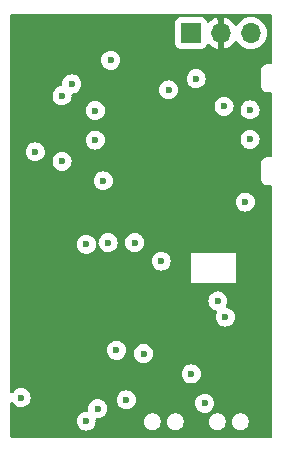
<source format=gbr>
%TF.GenerationSoftware,KiCad,Pcbnew,8.0.1-rc1*%
%TF.CreationDate,2025-05-18T23:27:59-05:00*%
%TF.ProjectId,rfReciever,72665265-6369-4657-9665-722e6b696361,rev?*%
%TF.SameCoordinates,Original*%
%TF.FileFunction,Copper,L2,Inr*%
%TF.FilePolarity,Positive*%
%FSLAX46Y46*%
G04 Gerber Fmt 4.6, Leading zero omitted, Abs format (unit mm)*
G04 Created by KiCad (PCBNEW 8.0.1-rc1) date 2025-05-18 23:27:59*
%MOMM*%
%LPD*%
G01*
G04 APERTURE LIST*
%TA.AperFunction,ComponentPad*%
%ADD10R,1.700000X1.700000*%
%TD*%
%TA.AperFunction,ComponentPad*%
%ADD11O,1.700000X1.700000*%
%TD*%
%TA.AperFunction,ViaPad*%
%ADD12C,0.600000*%
%TD*%
G04 APERTURE END LIST*
D10*
%TO.N,+3.3V*%
%TO.C,J4*%
X148600000Y-53700000D03*
D11*
%TO.N,GND*%
X151140000Y-53700000D03*
%TO.N,+5V*%
X153680000Y-53700000D03*
%TD*%
D12*
%TO.N,GND*%
X140460000Y-64750000D03*
X142400000Y-53400000D03*
X137685000Y-66445000D03*
X152630000Y-64870000D03*
X151793750Y-83000000D03*
X136134160Y-69446800D03*
X146250000Y-87500000D03*
X137918750Y-71587500D03*
X137006600Y-80553200D03*
X136134160Y-82553200D03*
X142750000Y-86500000D03*
X146681600Y-80303200D03*
X137935000Y-61495000D03*
X152380000Y-69174998D03*
X146081250Y-71175000D03*
X134100000Y-69400000D03*
X147750000Y-61450000D03*
X140460000Y-58250000D03*
X151100000Y-52350000D03*
X151750000Y-87500000D03*
X152900000Y-58000000D03*
X143518750Y-67400000D03*
X149880640Y-69446800D03*
%TO.N,/RF_TXD*%
X153200000Y-68000000D03*
%TO.N,/RF_RXD*%
X151500000Y-77750000D03*
X150875000Y-76375000D03*
%TO.N,/UART_RTS*%
X139743750Y-71587500D03*
%TO.N,/UART_CTS*%
X146081250Y-73000000D03*
X141182500Y-66200000D03*
%TO.N,/RF_SLEEP*%
X140700000Y-85500000D03*
%TO.N,/RF_RESET*%
X144581250Y-80825000D03*
X143131250Y-84750000D03*
%TO.N,/RF_PWM*%
X142294100Y-80553200D03*
%TO.N,/RF_ASSOCIATE*%
X143831250Y-71425000D03*
%TO.N,+5V*%
X146700000Y-58500000D03*
X153600000Y-60200000D03*
X153600000Y-62700000D03*
%TO.N,+3.3V*%
X134219100Y-84553200D03*
X139719100Y-86553200D03*
X148630960Y-82553200D03*
X138500000Y-58000000D03*
X135425000Y-63750000D03*
X141800000Y-56000000D03*
%TO.N,/RF_SW_SLEEP*%
X149756250Y-85037500D03*
%TO.N,/RF_DSLEEP*%
X141581250Y-71425000D03*
%TO.N,/USBDM*%
X140497500Y-62750000D03*
%TO.N,/USBDP*%
X140497500Y-60250000D03*
%TO.N,/FTDI_RESET*%
X137685000Y-64545000D03*
X137685000Y-58995000D03*
%TO.N,/USB_Identifier*%
X149040000Y-57560000D03*
X151400000Y-59900000D03*
%TD*%
%TA.AperFunction,Conductor*%
%TO.N,GND*%
G36*
X155392539Y-52070185D02*
G01*
X155438294Y-52122989D01*
X155449500Y-52174500D01*
X155449500Y-54452484D01*
X155449377Y-54454400D01*
X155449500Y-54500502D01*
X155449500Y-54546396D01*
X155449627Y-54548304D01*
X155454112Y-56225168D01*
X155434606Y-56292260D01*
X155381925Y-56338156D01*
X155330112Y-56349500D01*
X155152962Y-56349500D01*
X155152833Y-56349490D01*
X155147118Y-56349491D01*
X155146951Y-56349442D01*
X155028038Y-56349460D01*
X154896126Y-56379588D01*
X154896122Y-56379589D01*
X154896121Y-56379590D01*
X154860759Y-56396624D01*
X154774212Y-56438316D01*
X154668423Y-56522696D01*
X154668422Y-56522697D01*
X154584063Y-56628496D01*
X154555046Y-56688759D01*
X154525357Y-56750416D01*
X154517380Y-56785369D01*
X154495249Y-56882341D01*
X154495249Y-56882343D01*
X154495250Y-56921062D01*
X154495250Y-58147265D01*
X154495299Y-58148016D01*
X154495299Y-58167653D01*
X154502657Y-58199893D01*
X154525403Y-58299565D01*
X154584103Y-58421474D01*
X154584104Y-58421475D01*
X154584105Y-58421477D01*
X154668460Y-58527269D01*
X154774238Y-58611641D01*
X154896138Y-58670363D01*
X155028047Y-58700490D01*
X155047893Y-58700492D01*
X155047990Y-58700500D01*
X155095700Y-58700500D01*
X155143294Y-58700508D01*
X155143295Y-58700507D01*
X155152833Y-58700509D01*
X155152962Y-58700500D01*
X155331250Y-58700500D01*
X155398289Y-58720185D01*
X155444044Y-58772989D01*
X155455250Y-58824500D01*
X155455250Y-64075500D01*
X155435565Y-64142539D01*
X155382761Y-64188294D01*
X155331250Y-64199500D01*
X155152962Y-64199500D01*
X155152833Y-64199490D01*
X155147118Y-64199491D01*
X155146951Y-64199442D01*
X155028038Y-64199460D01*
X154896126Y-64229588D01*
X154896122Y-64229589D01*
X154896121Y-64229590D01*
X154860759Y-64246624D01*
X154774212Y-64288316D01*
X154668423Y-64372696D01*
X154668422Y-64372697D01*
X154584063Y-64478496D01*
X154552041Y-64545000D01*
X154525357Y-64600416D01*
X154519221Y-64627304D01*
X154495249Y-64732341D01*
X154495249Y-64732343D01*
X154495250Y-64770410D01*
X154495250Y-65997265D01*
X154495299Y-65998016D01*
X154495299Y-66017653D01*
X154504200Y-66056658D01*
X154525403Y-66149565D01*
X154584103Y-66271474D01*
X154584104Y-66271475D01*
X154584105Y-66271477D01*
X154668460Y-66377269D01*
X154774238Y-66461641D01*
X154896138Y-66520363D01*
X155028047Y-66550490D01*
X155047893Y-66550492D01*
X155047990Y-66550500D01*
X155095700Y-66550500D01*
X155143294Y-66550508D01*
X155143295Y-66550507D01*
X155152833Y-66550509D01*
X155152962Y-66550500D01*
X155331139Y-66550500D01*
X155398178Y-66570185D01*
X155443933Y-66622989D01*
X155455138Y-66674530D01*
X155452472Y-76877262D01*
X155449611Y-87825532D01*
X155429909Y-87892567D01*
X155377093Y-87938308D01*
X155325611Y-87949500D01*
X133424500Y-87949500D01*
X133357461Y-87929815D01*
X133311706Y-87877011D01*
X133300500Y-87825500D01*
X133300500Y-86553203D01*
X138913535Y-86553203D01*
X138933730Y-86732449D01*
X138933731Y-86732454D01*
X138993311Y-86902723D01*
X139077427Y-87036592D01*
X139089284Y-87055462D01*
X139216838Y-87183016D01*
X139369578Y-87278989D01*
X139539845Y-87338568D01*
X139539850Y-87338569D01*
X139719096Y-87358765D01*
X139719100Y-87358765D01*
X139719104Y-87358765D01*
X139898349Y-87338569D01*
X139898352Y-87338568D01*
X139898355Y-87338568D01*
X140068622Y-87278989D01*
X140221362Y-87183016D01*
X140348916Y-87055462D01*
X140444889Y-86902722D01*
X140504468Y-86732455D01*
X140512982Y-86656891D01*
X144626750Y-86656891D01*
X144653821Y-86792987D01*
X144653823Y-86792995D01*
X144706928Y-86921203D01*
X144706933Y-86921212D01*
X144784028Y-87036592D01*
X144784031Y-87036596D01*
X144882153Y-87134718D01*
X144882157Y-87134721D01*
X144997537Y-87211816D01*
X144997543Y-87211819D01*
X144997544Y-87211820D01*
X145125755Y-87264927D01*
X145261858Y-87291999D01*
X145261862Y-87292000D01*
X145261863Y-87292000D01*
X145400638Y-87292000D01*
X145400639Y-87291999D01*
X145536745Y-87264927D01*
X145664956Y-87211820D01*
X145780343Y-87134721D01*
X145878471Y-87036593D01*
X145955570Y-86921206D01*
X146008677Y-86792995D01*
X146035749Y-86656891D01*
X146576750Y-86656891D01*
X146603821Y-86792987D01*
X146603823Y-86792995D01*
X146656928Y-86921203D01*
X146656933Y-86921212D01*
X146734028Y-87036592D01*
X146734031Y-87036596D01*
X146832153Y-87134718D01*
X146832157Y-87134721D01*
X146947537Y-87211816D01*
X146947543Y-87211819D01*
X146947544Y-87211820D01*
X147075755Y-87264927D01*
X147211858Y-87291999D01*
X147211862Y-87292000D01*
X147211863Y-87292000D01*
X147350638Y-87292000D01*
X147350639Y-87291999D01*
X147486745Y-87264927D01*
X147614956Y-87211820D01*
X147730343Y-87134721D01*
X147828471Y-87036593D01*
X147905570Y-86921206D01*
X147958677Y-86792995D01*
X147985749Y-86656891D01*
X150126750Y-86656891D01*
X150153821Y-86792987D01*
X150153823Y-86792995D01*
X150206928Y-86921203D01*
X150206933Y-86921212D01*
X150284028Y-87036592D01*
X150284031Y-87036596D01*
X150382153Y-87134718D01*
X150382157Y-87134721D01*
X150497537Y-87211816D01*
X150497543Y-87211819D01*
X150497544Y-87211820D01*
X150625755Y-87264927D01*
X150761858Y-87291999D01*
X150761862Y-87292000D01*
X150761863Y-87292000D01*
X150900638Y-87292000D01*
X150900639Y-87291999D01*
X151036745Y-87264927D01*
X151164956Y-87211820D01*
X151280343Y-87134721D01*
X151378471Y-87036593D01*
X151455570Y-86921206D01*
X151508677Y-86792995D01*
X151535749Y-86656891D01*
X152076750Y-86656891D01*
X152103821Y-86792987D01*
X152103823Y-86792995D01*
X152156928Y-86921203D01*
X152156933Y-86921212D01*
X152234028Y-87036592D01*
X152234031Y-87036596D01*
X152332153Y-87134718D01*
X152332157Y-87134721D01*
X152447537Y-87211816D01*
X152447543Y-87211819D01*
X152447544Y-87211820D01*
X152575755Y-87264927D01*
X152711858Y-87291999D01*
X152711862Y-87292000D01*
X152711863Y-87292000D01*
X152850638Y-87292000D01*
X152850639Y-87291999D01*
X152986745Y-87264927D01*
X153114956Y-87211820D01*
X153230343Y-87134721D01*
X153328471Y-87036593D01*
X153405570Y-86921206D01*
X153458677Y-86792995D01*
X153485750Y-86656887D01*
X153485750Y-86518113D01*
X153458677Y-86382005D01*
X153405570Y-86253794D01*
X153405569Y-86253793D01*
X153405566Y-86253787D01*
X153328471Y-86138407D01*
X153328468Y-86138403D01*
X153230346Y-86040281D01*
X153230342Y-86040278D01*
X153114962Y-85963183D01*
X153114953Y-85963178D01*
X152986745Y-85910073D01*
X152986737Y-85910071D01*
X152850641Y-85883000D01*
X152850637Y-85883000D01*
X152711863Y-85883000D01*
X152711858Y-85883000D01*
X152575762Y-85910071D01*
X152575754Y-85910073D01*
X152447546Y-85963178D01*
X152447537Y-85963183D01*
X152332157Y-86040278D01*
X152332153Y-86040281D01*
X152234031Y-86138403D01*
X152234028Y-86138407D01*
X152156933Y-86253787D01*
X152156928Y-86253796D01*
X152103823Y-86382004D01*
X152103821Y-86382012D01*
X152076750Y-86518108D01*
X152076750Y-86656891D01*
X151535749Y-86656891D01*
X151535750Y-86656887D01*
X151535750Y-86518113D01*
X151508677Y-86382005D01*
X151455570Y-86253794D01*
X151455569Y-86253793D01*
X151455566Y-86253787D01*
X151378471Y-86138407D01*
X151378468Y-86138403D01*
X151280346Y-86040281D01*
X151280342Y-86040278D01*
X151164962Y-85963183D01*
X151164953Y-85963178D01*
X151036745Y-85910073D01*
X151036737Y-85910071D01*
X150900641Y-85883000D01*
X150900637Y-85883000D01*
X150761863Y-85883000D01*
X150761858Y-85883000D01*
X150625762Y-85910071D01*
X150625754Y-85910073D01*
X150497546Y-85963178D01*
X150497537Y-85963183D01*
X150382157Y-86040278D01*
X150382153Y-86040281D01*
X150284031Y-86138403D01*
X150284028Y-86138407D01*
X150206933Y-86253787D01*
X150206928Y-86253796D01*
X150153823Y-86382004D01*
X150153821Y-86382012D01*
X150126750Y-86518108D01*
X150126750Y-86656891D01*
X147985749Y-86656891D01*
X147985750Y-86656887D01*
X147985750Y-86518113D01*
X147958677Y-86382005D01*
X147905570Y-86253794D01*
X147905569Y-86253793D01*
X147905566Y-86253787D01*
X147828471Y-86138407D01*
X147828468Y-86138403D01*
X147730346Y-86040281D01*
X147730342Y-86040278D01*
X147614962Y-85963183D01*
X147614953Y-85963178D01*
X147486745Y-85910073D01*
X147486737Y-85910071D01*
X147350641Y-85883000D01*
X147350637Y-85883000D01*
X147211863Y-85883000D01*
X147211858Y-85883000D01*
X147075762Y-85910071D01*
X147075754Y-85910073D01*
X146947546Y-85963178D01*
X146947537Y-85963183D01*
X146832157Y-86040278D01*
X146832153Y-86040281D01*
X146734031Y-86138403D01*
X146734028Y-86138407D01*
X146656933Y-86253787D01*
X146656928Y-86253796D01*
X146603823Y-86382004D01*
X146603821Y-86382012D01*
X146576750Y-86518108D01*
X146576750Y-86656891D01*
X146035749Y-86656891D01*
X146035750Y-86656887D01*
X146035750Y-86518113D01*
X146008677Y-86382005D01*
X145955570Y-86253794D01*
X145955569Y-86253793D01*
X145955566Y-86253787D01*
X145878471Y-86138407D01*
X145878468Y-86138403D01*
X145780346Y-86040281D01*
X145780342Y-86040278D01*
X145664962Y-85963183D01*
X145664953Y-85963178D01*
X145536745Y-85910073D01*
X145536737Y-85910071D01*
X145400641Y-85883000D01*
X145400637Y-85883000D01*
X145261863Y-85883000D01*
X145261858Y-85883000D01*
X145125762Y-85910071D01*
X145125754Y-85910073D01*
X144997546Y-85963178D01*
X144997537Y-85963183D01*
X144882157Y-86040278D01*
X144882153Y-86040281D01*
X144784031Y-86138403D01*
X144784028Y-86138407D01*
X144706933Y-86253787D01*
X144706928Y-86253796D01*
X144653823Y-86382004D01*
X144653821Y-86382012D01*
X144626750Y-86518108D01*
X144626750Y-86656891D01*
X140512982Y-86656891D01*
X140524665Y-86553203D01*
X140524665Y-86553196D01*
X140511560Y-86436884D01*
X140523615Y-86368062D01*
X140570964Y-86316683D01*
X140638574Y-86299059D01*
X140648664Y-86299781D01*
X140699997Y-86305565D01*
X140700000Y-86305565D01*
X140700004Y-86305565D01*
X140879249Y-86285369D01*
X140879252Y-86285368D01*
X140879255Y-86285368D01*
X141049522Y-86225789D01*
X141202262Y-86129816D01*
X141329816Y-86002262D01*
X141425789Y-85849522D01*
X141485368Y-85679255D01*
X141485369Y-85679249D01*
X141505565Y-85500003D01*
X141505565Y-85499996D01*
X141485369Y-85320750D01*
X141485368Y-85320745D01*
X141448978Y-85216749D01*
X141425789Y-85150478D01*
X141329816Y-84997738D01*
X141202262Y-84870184D01*
X141183261Y-84858245D01*
X141049523Y-84774211D01*
X140980341Y-84750003D01*
X142325685Y-84750003D01*
X142345880Y-84929249D01*
X142345881Y-84929254D01*
X142405461Y-85099523D01*
X142457923Y-85183015D01*
X142501434Y-85252262D01*
X142628988Y-85379816D01*
X142781728Y-85475789D01*
X142951995Y-85535368D01*
X142952000Y-85535369D01*
X143131246Y-85555565D01*
X143131250Y-85555565D01*
X143131254Y-85555565D01*
X143310499Y-85535369D01*
X143310502Y-85535368D01*
X143310505Y-85535368D01*
X143480772Y-85475789D01*
X143633512Y-85379816D01*
X143761066Y-85252262D01*
X143857039Y-85099522D01*
X143878740Y-85037503D01*
X148950685Y-85037503D01*
X148970880Y-85216749D01*
X148970881Y-85216754D01*
X149030461Y-85387023D01*
X149086236Y-85475788D01*
X149126434Y-85539762D01*
X149253988Y-85667316D01*
X149406728Y-85763289D01*
X149473576Y-85786680D01*
X149576995Y-85822868D01*
X149577000Y-85822869D01*
X149756246Y-85843065D01*
X149756250Y-85843065D01*
X149756254Y-85843065D01*
X149935499Y-85822869D01*
X149935502Y-85822868D01*
X149935505Y-85822868D01*
X150105772Y-85763289D01*
X150258512Y-85667316D01*
X150386066Y-85539762D01*
X150482039Y-85387022D01*
X150541618Y-85216755D01*
X150541619Y-85216749D01*
X150561815Y-85037503D01*
X150561815Y-85037496D01*
X150541619Y-84858250D01*
X150541618Y-84858245D01*
X150497600Y-84732449D01*
X150482039Y-84687978D01*
X150386066Y-84535238D01*
X150258512Y-84407684D01*
X150204817Y-84373945D01*
X150105773Y-84311711D01*
X149935504Y-84252131D01*
X149935499Y-84252130D01*
X149756254Y-84231935D01*
X149756246Y-84231935D01*
X149577000Y-84252130D01*
X149576995Y-84252131D01*
X149406726Y-84311711D01*
X149253987Y-84407684D01*
X149126434Y-84535237D01*
X149030461Y-84687976D01*
X148970881Y-84858245D01*
X148970880Y-84858250D01*
X148950685Y-85037496D01*
X148950685Y-85037503D01*
X143878740Y-85037503D01*
X143916618Y-84929255D01*
X143918395Y-84913484D01*
X143936815Y-84750003D01*
X143936815Y-84749996D01*
X143916619Y-84570750D01*
X143916618Y-84570745D01*
X143857038Y-84400476D01*
X143763826Y-84252131D01*
X143761066Y-84247738D01*
X143633512Y-84120184D01*
X143627278Y-84116267D01*
X143480773Y-84024211D01*
X143310504Y-83964631D01*
X143310499Y-83964630D01*
X143131254Y-83944435D01*
X143131246Y-83944435D01*
X142952000Y-83964630D01*
X142951995Y-83964631D01*
X142781726Y-84024211D01*
X142628987Y-84120184D01*
X142501434Y-84247737D01*
X142405461Y-84400476D01*
X142345881Y-84570745D01*
X142345880Y-84570750D01*
X142325685Y-84749996D01*
X142325685Y-84750003D01*
X140980341Y-84750003D01*
X140879254Y-84714631D01*
X140879249Y-84714630D01*
X140700004Y-84694435D01*
X140699996Y-84694435D01*
X140520750Y-84714630D01*
X140520745Y-84714631D01*
X140350476Y-84774211D01*
X140197737Y-84870184D01*
X140070184Y-84997737D01*
X139974211Y-85150476D01*
X139914631Y-85320745D01*
X139914630Y-85320750D01*
X139894435Y-85499996D01*
X139894435Y-85500005D01*
X139907539Y-85616316D01*
X139895484Y-85685137D01*
X139848135Y-85736516D01*
X139780524Y-85754140D01*
X139770437Y-85753418D01*
X139719105Y-85747635D01*
X139719096Y-85747635D01*
X139539850Y-85767830D01*
X139539845Y-85767831D01*
X139369576Y-85827411D01*
X139216837Y-85923384D01*
X139089284Y-86050937D01*
X138993311Y-86203676D01*
X138933731Y-86373945D01*
X138933730Y-86373950D01*
X138913535Y-86553196D01*
X138913535Y-86553203D01*
X133300500Y-86553203D01*
X133300500Y-85026278D01*
X133320185Y-84959239D01*
X133372989Y-84913484D01*
X133442147Y-84903540D01*
X133505703Y-84932565D01*
X133529491Y-84960303D01*
X133589284Y-85055462D01*
X133716838Y-85183016D01*
X133869578Y-85278989D01*
X133988910Y-85320745D01*
X134039845Y-85338568D01*
X134039850Y-85338569D01*
X134219096Y-85358765D01*
X134219100Y-85358765D01*
X134219104Y-85358765D01*
X134398349Y-85338569D01*
X134398352Y-85338568D01*
X134398355Y-85338568D01*
X134568622Y-85278989D01*
X134721362Y-85183016D01*
X134848916Y-85055462D01*
X134944889Y-84902722D01*
X135004468Y-84732455D01*
X135006476Y-84714632D01*
X135024665Y-84553203D01*
X135024665Y-84553196D01*
X135004469Y-84373950D01*
X135004468Y-84373945D01*
X134960306Y-84247737D01*
X134944889Y-84203678D01*
X134848916Y-84050938D01*
X134721362Y-83923384D01*
X134568623Y-83827411D01*
X134398354Y-83767831D01*
X134398349Y-83767830D01*
X134219104Y-83747635D01*
X134219096Y-83747635D01*
X134039850Y-83767830D01*
X134039845Y-83767831D01*
X133869576Y-83827411D01*
X133716837Y-83923384D01*
X133589284Y-84050937D01*
X133529494Y-84146093D01*
X133477159Y-84192384D01*
X133408105Y-84203032D01*
X133344257Y-84174657D01*
X133305885Y-84116267D01*
X133300500Y-84080121D01*
X133300500Y-82553203D01*
X147825395Y-82553203D01*
X147845590Y-82732449D01*
X147845591Y-82732454D01*
X147905171Y-82902723D01*
X148001144Y-83055462D01*
X148128698Y-83183016D01*
X148281438Y-83278989D01*
X148451705Y-83338568D01*
X148451710Y-83338569D01*
X148630956Y-83358765D01*
X148630960Y-83358765D01*
X148630964Y-83358765D01*
X148810209Y-83338569D01*
X148810212Y-83338568D01*
X148810215Y-83338568D01*
X148980482Y-83278989D01*
X149133222Y-83183016D01*
X149260776Y-83055462D01*
X149356749Y-82902722D01*
X149416328Y-82732455D01*
X149436525Y-82553200D01*
X149416328Y-82373945D01*
X149356749Y-82203678D01*
X149260776Y-82050938D01*
X149133222Y-81923384D01*
X148980483Y-81827411D01*
X148810214Y-81767831D01*
X148810209Y-81767830D01*
X148630964Y-81747635D01*
X148630956Y-81747635D01*
X148451710Y-81767830D01*
X148451705Y-81767831D01*
X148281436Y-81827411D01*
X148128697Y-81923384D01*
X148001144Y-82050937D01*
X147905171Y-82203676D01*
X147845591Y-82373945D01*
X147845590Y-82373950D01*
X147825395Y-82553196D01*
X147825395Y-82553203D01*
X133300500Y-82553203D01*
X133300500Y-80553203D01*
X141488535Y-80553203D01*
X141508730Y-80732449D01*
X141508731Y-80732454D01*
X141568311Y-80902723D01*
X141632108Y-81004254D01*
X141664284Y-81055462D01*
X141791838Y-81183016D01*
X141944578Y-81278989D01*
X142082534Y-81327262D01*
X142114845Y-81338568D01*
X142114850Y-81338569D01*
X142294096Y-81358765D01*
X142294100Y-81358765D01*
X142294104Y-81358765D01*
X142473349Y-81338569D01*
X142473352Y-81338568D01*
X142473355Y-81338568D01*
X142643622Y-81278989D01*
X142796362Y-81183016D01*
X142923916Y-81055462D01*
X143019889Y-80902722D01*
X143047084Y-80825003D01*
X143775685Y-80825003D01*
X143795880Y-81004249D01*
X143795881Y-81004254D01*
X143855461Y-81174523D01*
X143860798Y-81183016D01*
X143951434Y-81327262D01*
X144078988Y-81454816D01*
X144231728Y-81550789D01*
X144401995Y-81610368D01*
X144402000Y-81610369D01*
X144581246Y-81630565D01*
X144581250Y-81630565D01*
X144581254Y-81630565D01*
X144760499Y-81610369D01*
X144760502Y-81610368D01*
X144760505Y-81610368D01*
X144930772Y-81550789D01*
X145083512Y-81454816D01*
X145211066Y-81327262D01*
X145307039Y-81174522D01*
X145366618Y-81004255D01*
X145386815Y-80825000D01*
X145376387Y-80732449D01*
X145366619Y-80645750D01*
X145366618Y-80645745D01*
X145307038Y-80475476D01*
X145243245Y-80373950D01*
X145211066Y-80322738D01*
X145083512Y-80195184D01*
X144930773Y-80099211D01*
X144760504Y-80039631D01*
X144760499Y-80039630D01*
X144581254Y-80019435D01*
X144581246Y-80019435D01*
X144402000Y-80039630D01*
X144401995Y-80039631D01*
X144231726Y-80099211D01*
X144078987Y-80195184D01*
X143951434Y-80322737D01*
X143855461Y-80475476D01*
X143795881Y-80645745D01*
X143795880Y-80645750D01*
X143775685Y-80824996D01*
X143775685Y-80825003D01*
X143047084Y-80825003D01*
X143079468Y-80732455D01*
X143079469Y-80732449D01*
X143099665Y-80553203D01*
X143099665Y-80553196D01*
X143079469Y-80373950D01*
X143079468Y-80373945D01*
X143061550Y-80322738D01*
X143019889Y-80203678D01*
X142923916Y-80050938D01*
X142796362Y-79923384D01*
X142643623Y-79827411D01*
X142473354Y-79767831D01*
X142473349Y-79767830D01*
X142294104Y-79747635D01*
X142294096Y-79747635D01*
X142114850Y-79767830D01*
X142114845Y-79767831D01*
X141944576Y-79827411D01*
X141791837Y-79923384D01*
X141664284Y-80050937D01*
X141568311Y-80203676D01*
X141508731Y-80373945D01*
X141508730Y-80373950D01*
X141488535Y-80553196D01*
X141488535Y-80553203D01*
X133300500Y-80553203D01*
X133300500Y-76375003D01*
X150069435Y-76375003D01*
X150089630Y-76554249D01*
X150089631Y-76554254D01*
X150149211Y-76724523D01*
X150179925Y-76773403D01*
X150245184Y-76877262D01*
X150372738Y-77004816D01*
X150525478Y-77100789D01*
X150695745Y-77160368D01*
X150713814Y-77162403D01*
X150778226Y-77189469D01*
X150817783Y-77247063D01*
X150819922Y-77316900D01*
X150804925Y-77351596D01*
X150774211Y-77400476D01*
X150714631Y-77570745D01*
X150714630Y-77570750D01*
X150694435Y-77749996D01*
X150694435Y-77750003D01*
X150714630Y-77929249D01*
X150714631Y-77929254D01*
X150774211Y-78099523D01*
X150870184Y-78252262D01*
X150997738Y-78379816D01*
X151150478Y-78475789D01*
X151320745Y-78535368D01*
X151320750Y-78535369D01*
X151499996Y-78555565D01*
X151500000Y-78555565D01*
X151500004Y-78555565D01*
X151679249Y-78535369D01*
X151679252Y-78535368D01*
X151679255Y-78535368D01*
X151849522Y-78475789D01*
X152002262Y-78379816D01*
X152129816Y-78252262D01*
X152225789Y-78099522D01*
X152285368Y-77929255D01*
X152305565Y-77750000D01*
X152285368Y-77570745D01*
X152225789Y-77400478D01*
X152129816Y-77247738D01*
X152002262Y-77120184D01*
X151971395Y-77100789D01*
X151849523Y-77024211D01*
X151679253Y-76964631D01*
X151661183Y-76962595D01*
X151596770Y-76935527D01*
X151557216Y-76877932D01*
X151555079Y-76808095D01*
X151570075Y-76773403D01*
X151600789Y-76724522D01*
X151660368Y-76554255D01*
X151680565Y-76375000D01*
X151660368Y-76195745D01*
X151600789Y-76025478D01*
X151504816Y-75872738D01*
X151377262Y-75745184D01*
X151224523Y-75649211D01*
X151054254Y-75589631D01*
X151054249Y-75589630D01*
X150875004Y-75569435D01*
X150874996Y-75569435D01*
X150695750Y-75589630D01*
X150695745Y-75589631D01*
X150525476Y-75649211D01*
X150372737Y-75745184D01*
X150245184Y-75872737D01*
X150149211Y-76025476D01*
X150089631Y-76195745D01*
X150089630Y-76195750D01*
X150069435Y-76374996D01*
X150069435Y-76375003D01*
X133300500Y-76375003D01*
X133300500Y-73000003D01*
X145275685Y-73000003D01*
X145295880Y-73179249D01*
X145295881Y-73179254D01*
X145355461Y-73349523D01*
X145451434Y-73502262D01*
X145578988Y-73629816D01*
X145731728Y-73725789D01*
X145901995Y-73785368D01*
X145902000Y-73785369D01*
X146081246Y-73805565D01*
X146081250Y-73805565D01*
X146081254Y-73805565D01*
X146260499Y-73785369D01*
X146260502Y-73785368D01*
X146260505Y-73785368D01*
X146430772Y-73725789D01*
X146583512Y-73629816D01*
X146711066Y-73502262D01*
X146807039Y-73349522D01*
X146866618Y-73179255D01*
X146886815Y-73000000D01*
X146866618Y-72820745D01*
X146807039Y-72650478D01*
X146711066Y-72497738D01*
X146583512Y-72370184D01*
X146559506Y-72355100D01*
X148605560Y-72355100D01*
X148605560Y-74895100D01*
X152415560Y-74895100D01*
X152415560Y-72355100D01*
X148605560Y-72355100D01*
X146559506Y-72355100D01*
X146430773Y-72274211D01*
X146260504Y-72214631D01*
X146260499Y-72214630D01*
X146081254Y-72194435D01*
X146081246Y-72194435D01*
X145902000Y-72214630D01*
X145901995Y-72214631D01*
X145731726Y-72274211D01*
X145578987Y-72370184D01*
X145451434Y-72497737D01*
X145355461Y-72650476D01*
X145295881Y-72820745D01*
X145295880Y-72820750D01*
X145275685Y-72999996D01*
X145275685Y-73000003D01*
X133300500Y-73000003D01*
X133300500Y-71587503D01*
X138938185Y-71587503D01*
X138958380Y-71766749D01*
X138958381Y-71766754D01*
X139017961Y-71937023D01*
X139091975Y-72054815D01*
X139113934Y-72089762D01*
X139241488Y-72217316D01*
X139394228Y-72313289D01*
X139513717Y-72355100D01*
X139564495Y-72372868D01*
X139564500Y-72372869D01*
X139743746Y-72393065D01*
X139743750Y-72393065D01*
X139743754Y-72393065D01*
X139922999Y-72372869D01*
X139923002Y-72372868D01*
X139923005Y-72372868D01*
X140093272Y-72313289D01*
X140246012Y-72217316D01*
X140373566Y-72089762D01*
X140469539Y-71937022D01*
X140529118Y-71766755D01*
X140548434Y-71595317D01*
X140575500Y-71530904D01*
X140603135Y-71511924D01*
X140584225Y-71500574D01*
X140721864Y-71500574D01*
X140762838Y-71525169D01*
X140793794Y-71587806D01*
X140794874Y-71595315D01*
X140795881Y-71604251D01*
X140795881Y-71604254D01*
X140855461Y-71774523D01*
X140951434Y-71927262D01*
X141078988Y-72054816D01*
X141231728Y-72150789D01*
X141356461Y-72194435D01*
X141401995Y-72210368D01*
X141402000Y-72210369D01*
X141581246Y-72230565D01*
X141581250Y-72230565D01*
X141581254Y-72230565D01*
X141760499Y-72210369D01*
X141760502Y-72210368D01*
X141760505Y-72210368D01*
X141930772Y-72150789D01*
X142083512Y-72054816D01*
X142211066Y-71927262D01*
X142307039Y-71774522D01*
X142366618Y-71604255D01*
X142366618Y-71604252D01*
X142366619Y-71604249D01*
X142386815Y-71425003D01*
X143025685Y-71425003D01*
X143045880Y-71604249D01*
X143045881Y-71604254D01*
X143105461Y-71774523D01*
X143201434Y-71927262D01*
X143328988Y-72054816D01*
X143481728Y-72150789D01*
X143606461Y-72194435D01*
X143651995Y-72210368D01*
X143652000Y-72210369D01*
X143831246Y-72230565D01*
X143831250Y-72230565D01*
X143831254Y-72230565D01*
X144010499Y-72210369D01*
X144010502Y-72210368D01*
X144010505Y-72210368D01*
X144180772Y-72150789D01*
X144333512Y-72054816D01*
X144461066Y-71927262D01*
X144557039Y-71774522D01*
X144616618Y-71604255D01*
X144616618Y-71604252D01*
X144616619Y-71604249D01*
X144636815Y-71425003D01*
X144636815Y-71424996D01*
X144616619Y-71245750D01*
X144616618Y-71245745D01*
X144613900Y-71237978D01*
X144557039Y-71075478D01*
X144461066Y-70922738D01*
X144333512Y-70795184D01*
X144312426Y-70781935D01*
X144180773Y-70699211D01*
X144010504Y-70639631D01*
X144010499Y-70639630D01*
X143831254Y-70619435D01*
X143831246Y-70619435D01*
X143652000Y-70639630D01*
X143651995Y-70639631D01*
X143481726Y-70699211D01*
X143328987Y-70795184D01*
X143201434Y-70922737D01*
X143105461Y-71075476D01*
X143045881Y-71245745D01*
X143045880Y-71245750D01*
X143025685Y-71424996D01*
X143025685Y-71425003D01*
X142386815Y-71425003D01*
X142386815Y-71424996D01*
X142366619Y-71245750D01*
X142366618Y-71245745D01*
X142363900Y-71237978D01*
X142307039Y-71075478D01*
X142211066Y-70922738D01*
X142083512Y-70795184D01*
X142062426Y-70781935D01*
X141930773Y-70699211D01*
X141760504Y-70639631D01*
X141760499Y-70639630D01*
X141581254Y-70619435D01*
X141581246Y-70619435D01*
X141402000Y-70639630D01*
X141401995Y-70639631D01*
X141231726Y-70699211D01*
X141078987Y-70795184D01*
X140951434Y-70922737D01*
X140855461Y-71075476D01*
X140795881Y-71245745D01*
X140795880Y-71245749D01*
X140776565Y-71417182D01*
X140749498Y-71481596D01*
X140721864Y-71500574D01*
X140584225Y-71500574D01*
X140562160Y-71487330D01*
X140531205Y-71424692D01*
X140530124Y-71417177D01*
X140529118Y-71408245D01*
X140469539Y-71237978D01*
X140373566Y-71085238D01*
X140246012Y-70957684D01*
X140190396Y-70922738D01*
X140093273Y-70861711D01*
X139923004Y-70802131D01*
X139922999Y-70802130D01*
X139743754Y-70781935D01*
X139743746Y-70781935D01*
X139564500Y-70802130D01*
X139564495Y-70802131D01*
X139394226Y-70861711D01*
X139241487Y-70957684D01*
X139113934Y-71085237D01*
X139017961Y-71237976D01*
X138958381Y-71408245D01*
X138958380Y-71408250D01*
X138938185Y-71587496D01*
X138938185Y-71587503D01*
X133300500Y-71587503D01*
X133300500Y-68000003D01*
X152394435Y-68000003D01*
X152414630Y-68179249D01*
X152414631Y-68179254D01*
X152474211Y-68349523D01*
X152570184Y-68502262D01*
X152697738Y-68629816D01*
X152850478Y-68725789D01*
X153020745Y-68785368D01*
X153020750Y-68785369D01*
X153199996Y-68805565D01*
X153200000Y-68805565D01*
X153200004Y-68805565D01*
X153379249Y-68785369D01*
X153379252Y-68785368D01*
X153379255Y-68785368D01*
X153549522Y-68725789D01*
X153702262Y-68629816D01*
X153829816Y-68502262D01*
X153925789Y-68349522D01*
X153985368Y-68179255D01*
X154005565Y-68000000D01*
X153985368Y-67820745D01*
X153925789Y-67650478D01*
X153829816Y-67497738D01*
X153702262Y-67370184D01*
X153549523Y-67274211D01*
X153379254Y-67214631D01*
X153379249Y-67214630D01*
X153200004Y-67194435D01*
X153199996Y-67194435D01*
X153020750Y-67214630D01*
X153020745Y-67214631D01*
X152850476Y-67274211D01*
X152697737Y-67370184D01*
X152570184Y-67497737D01*
X152474211Y-67650476D01*
X152414631Y-67820745D01*
X152414630Y-67820750D01*
X152394435Y-67999996D01*
X152394435Y-68000003D01*
X133300500Y-68000003D01*
X133300500Y-66200003D01*
X140376935Y-66200003D01*
X140397130Y-66379249D01*
X140397131Y-66379254D01*
X140456711Y-66549523D01*
X140457331Y-66550509D01*
X140552684Y-66702262D01*
X140680238Y-66829816D01*
X140832978Y-66925789D01*
X141003245Y-66985368D01*
X141003250Y-66985369D01*
X141182496Y-67005565D01*
X141182500Y-67005565D01*
X141182504Y-67005565D01*
X141361749Y-66985369D01*
X141361752Y-66985368D01*
X141361755Y-66985368D01*
X141532022Y-66925789D01*
X141684762Y-66829816D01*
X141812316Y-66702262D01*
X141908289Y-66549522D01*
X141967868Y-66379255D01*
X141968092Y-66377269D01*
X141988065Y-66200003D01*
X141988065Y-66199996D01*
X141967869Y-66020750D01*
X141967868Y-66020745D01*
X141908288Y-65850476D01*
X141812315Y-65697737D01*
X141684762Y-65570184D01*
X141532023Y-65474211D01*
X141361754Y-65414631D01*
X141361749Y-65414630D01*
X141182504Y-65394435D01*
X141182496Y-65394435D01*
X141003250Y-65414630D01*
X141003245Y-65414631D01*
X140832976Y-65474211D01*
X140680237Y-65570184D01*
X140552684Y-65697737D01*
X140456711Y-65850476D01*
X140397131Y-66020745D01*
X140397130Y-66020750D01*
X140376935Y-66199996D01*
X140376935Y-66200003D01*
X133300500Y-66200003D01*
X133300500Y-63750003D01*
X134619435Y-63750003D01*
X134639630Y-63929249D01*
X134639631Y-63929254D01*
X134699211Y-64099523D01*
X134780937Y-64229588D01*
X134795184Y-64252262D01*
X134922738Y-64379816D01*
X135075478Y-64475789D01*
X135206121Y-64521503D01*
X135245745Y-64535368D01*
X135245750Y-64535369D01*
X135424996Y-64555565D01*
X135425000Y-64555565D01*
X135425004Y-64555565D01*
X135518745Y-64545003D01*
X136879435Y-64545003D01*
X136899630Y-64724249D01*
X136899631Y-64724254D01*
X136959211Y-64894523D01*
X137055184Y-65047262D01*
X137182738Y-65174816D01*
X137335478Y-65270789D01*
X137505745Y-65330368D01*
X137505750Y-65330369D01*
X137684996Y-65350565D01*
X137685000Y-65350565D01*
X137685004Y-65350565D01*
X137864249Y-65330369D01*
X137864252Y-65330368D01*
X137864255Y-65330368D01*
X138034522Y-65270789D01*
X138187262Y-65174816D01*
X138314816Y-65047262D01*
X138410789Y-64894522D01*
X138470368Y-64724255D01*
X138481292Y-64627304D01*
X138490565Y-64545003D01*
X138490565Y-64544996D01*
X138470369Y-64365750D01*
X138470368Y-64365745D01*
X138436046Y-64267659D01*
X138410789Y-64195478D01*
X138314816Y-64042738D01*
X138187262Y-63915184D01*
X138034523Y-63819211D01*
X137864254Y-63759631D01*
X137864249Y-63759630D01*
X137685004Y-63739435D01*
X137684996Y-63739435D01*
X137505750Y-63759630D01*
X137505745Y-63759631D01*
X137335476Y-63819211D01*
X137182737Y-63915184D01*
X137055184Y-64042737D01*
X136959211Y-64195476D01*
X136899631Y-64365745D01*
X136899630Y-64365750D01*
X136879435Y-64544996D01*
X136879435Y-64545003D01*
X135518745Y-64545003D01*
X135604249Y-64535369D01*
X135604252Y-64535368D01*
X135604255Y-64535368D01*
X135774522Y-64475789D01*
X135927262Y-64379816D01*
X136054816Y-64252262D01*
X136150789Y-64099522D01*
X136210368Y-63929255D01*
X136210369Y-63929249D01*
X136230565Y-63750003D01*
X136230565Y-63749996D01*
X136210369Y-63570750D01*
X136210368Y-63570745D01*
X136197989Y-63535368D01*
X136150789Y-63400478D01*
X136054816Y-63247738D01*
X135927262Y-63120184D01*
X135894379Y-63099522D01*
X135774523Y-63024211D01*
X135604254Y-62964631D01*
X135604249Y-62964630D01*
X135425004Y-62944435D01*
X135424996Y-62944435D01*
X135245750Y-62964630D01*
X135245745Y-62964631D01*
X135075476Y-63024211D01*
X134922737Y-63120184D01*
X134795184Y-63247737D01*
X134699211Y-63400476D01*
X134639631Y-63570745D01*
X134639630Y-63570750D01*
X134619435Y-63749996D01*
X134619435Y-63750003D01*
X133300500Y-63750003D01*
X133300500Y-62750003D01*
X139691935Y-62750003D01*
X139712130Y-62929249D01*
X139712131Y-62929254D01*
X139771711Y-63099523D01*
X139836267Y-63202262D01*
X139867684Y-63252262D01*
X139995238Y-63379816D01*
X140147978Y-63475789D01*
X140233073Y-63505565D01*
X140318245Y-63535368D01*
X140318250Y-63535369D01*
X140497496Y-63555565D01*
X140497500Y-63555565D01*
X140497504Y-63555565D01*
X140676749Y-63535369D01*
X140676752Y-63535368D01*
X140676755Y-63535368D01*
X140847022Y-63475789D01*
X140999762Y-63379816D01*
X141127316Y-63252262D01*
X141223289Y-63099522D01*
X141282868Y-62929255D01*
X141288502Y-62879254D01*
X141303065Y-62750003D01*
X141303065Y-62749996D01*
X141297432Y-62700003D01*
X152794435Y-62700003D01*
X152814630Y-62879249D01*
X152814631Y-62879254D01*
X152874211Y-63049523D01*
X152918611Y-63120184D01*
X152970184Y-63202262D01*
X153097738Y-63329816D01*
X153188080Y-63386582D01*
X153210192Y-63400476D01*
X153250478Y-63425789D01*
X153393367Y-63475788D01*
X153420745Y-63485368D01*
X153420750Y-63485369D01*
X153599996Y-63505565D01*
X153600000Y-63505565D01*
X153600004Y-63505565D01*
X153779249Y-63485369D01*
X153779252Y-63485368D01*
X153779255Y-63485368D01*
X153949522Y-63425789D01*
X154102262Y-63329816D01*
X154229816Y-63202262D01*
X154325789Y-63049522D01*
X154385368Y-62879255D01*
X154399931Y-62750003D01*
X154405565Y-62700003D01*
X154405565Y-62699996D01*
X154385369Y-62520750D01*
X154385368Y-62520745D01*
X154325788Y-62350476D01*
X154229815Y-62197737D01*
X154102262Y-62070184D01*
X153949523Y-61974211D01*
X153779254Y-61914631D01*
X153779249Y-61914630D01*
X153600004Y-61894435D01*
X153599996Y-61894435D01*
X153420750Y-61914630D01*
X153420745Y-61914631D01*
X153250476Y-61974211D01*
X153097737Y-62070184D01*
X152970184Y-62197737D01*
X152874211Y-62350476D01*
X152814631Y-62520745D01*
X152814630Y-62520750D01*
X152794435Y-62699996D01*
X152794435Y-62700003D01*
X141297432Y-62700003D01*
X141282869Y-62570750D01*
X141282868Y-62570745D01*
X141223288Y-62400476D01*
X141127315Y-62247737D01*
X140999762Y-62120184D01*
X140847023Y-62024211D01*
X140676754Y-61964631D01*
X140676749Y-61964630D01*
X140497504Y-61944435D01*
X140497496Y-61944435D01*
X140318250Y-61964630D01*
X140318245Y-61964631D01*
X140147976Y-62024211D01*
X139995237Y-62120184D01*
X139867684Y-62247737D01*
X139771711Y-62400476D01*
X139712131Y-62570745D01*
X139712130Y-62570750D01*
X139691935Y-62749996D01*
X139691935Y-62750003D01*
X133300500Y-62750003D01*
X133300500Y-60250003D01*
X139691935Y-60250003D01*
X139712130Y-60429249D01*
X139712131Y-60429254D01*
X139771711Y-60599523D01*
X139825652Y-60685369D01*
X139867684Y-60752262D01*
X139995238Y-60879816D01*
X140147978Y-60975789D01*
X140233073Y-61005565D01*
X140318245Y-61035368D01*
X140318250Y-61035369D01*
X140497496Y-61055565D01*
X140497500Y-61055565D01*
X140497504Y-61055565D01*
X140676749Y-61035369D01*
X140676752Y-61035368D01*
X140676755Y-61035368D01*
X140847022Y-60975789D01*
X140999762Y-60879816D01*
X141127316Y-60752262D01*
X141223289Y-60599522D01*
X141282868Y-60429255D01*
X141282869Y-60429249D01*
X141303065Y-60250003D01*
X141303065Y-60249996D01*
X141282869Y-60070750D01*
X141282868Y-60070745D01*
X141223288Y-59900476D01*
X141222991Y-59900003D01*
X150594435Y-59900003D01*
X150614630Y-60079249D01*
X150614631Y-60079254D01*
X150674211Y-60249523D01*
X150674511Y-60250000D01*
X150770184Y-60402262D01*
X150897738Y-60529816D01*
X151050478Y-60625789D01*
X151220745Y-60685368D01*
X151220750Y-60685369D01*
X151399996Y-60705565D01*
X151400000Y-60705565D01*
X151400004Y-60705565D01*
X151579249Y-60685369D01*
X151579252Y-60685368D01*
X151579255Y-60685368D01*
X151749522Y-60625789D01*
X151902262Y-60529816D01*
X152029816Y-60402262D01*
X152125789Y-60249522D01*
X152143116Y-60200003D01*
X152794435Y-60200003D01*
X152814630Y-60379249D01*
X152814631Y-60379254D01*
X152874211Y-60549523D01*
X152959569Y-60685368D01*
X152970184Y-60702262D01*
X153097738Y-60829816D01*
X153250478Y-60925789D01*
X153393367Y-60975788D01*
X153420745Y-60985368D01*
X153420750Y-60985369D01*
X153599996Y-61005565D01*
X153600000Y-61005565D01*
X153600004Y-61005565D01*
X153779249Y-60985369D01*
X153779252Y-60985368D01*
X153779255Y-60985368D01*
X153949522Y-60925789D01*
X154102262Y-60829816D01*
X154229816Y-60702262D01*
X154325789Y-60549522D01*
X154385368Y-60379255D01*
X154399931Y-60250003D01*
X154405565Y-60200003D01*
X154405565Y-60199996D01*
X154385369Y-60020750D01*
X154385368Y-60020745D01*
X154343284Y-59900476D01*
X154325789Y-59850478D01*
X154229816Y-59697738D01*
X154102262Y-59570184D01*
X154070897Y-59550476D01*
X153949523Y-59474211D01*
X153779254Y-59414631D01*
X153779249Y-59414630D01*
X153600004Y-59394435D01*
X153599996Y-59394435D01*
X153420750Y-59414630D01*
X153420745Y-59414631D01*
X153250476Y-59474211D01*
X153097737Y-59570184D01*
X152970184Y-59697737D01*
X152874211Y-59850476D01*
X152814631Y-60020745D01*
X152814630Y-60020750D01*
X152794435Y-60199996D01*
X152794435Y-60200003D01*
X152143116Y-60200003D01*
X152185368Y-60079255D01*
X152185369Y-60079249D01*
X152205565Y-59900003D01*
X152205565Y-59899996D01*
X152185369Y-59720750D01*
X152185368Y-59720745D01*
X152125789Y-59550478D01*
X152029816Y-59397738D01*
X151902262Y-59270184D01*
X151831608Y-59225789D01*
X151749523Y-59174211D01*
X151579254Y-59114631D01*
X151579249Y-59114630D01*
X151400004Y-59094435D01*
X151399996Y-59094435D01*
X151220750Y-59114630D01*
X151220745Y-59114631D01*
X151050476Y-59174211D01*
X150897737Y-59270184D01*
X150770184Y-59397737D01*
X150674211Y-59550476D01*
X150614631Y-59720745D01*
X150614630Y-59720750D01*
X150594435Y-59899996D01*
X150594435Y-59900003D01*
X141222991Y-59900003D01*
X141127315Y-59747737D01*
X140999762Y-59620184D01*
X140847023Y-59524211D01*
X140676754Y-59464631D01*
X140676749Y-59464630D01*
X140497504Y-59444435D01*
X140497496Y-59444435D01*
X140318250Y-59464630D01*
X140318245Y-59464631D01*
X140147976Y-59524211D01*
X139995237Y-59620184D01*
X139867684Y-59747737D01*
X139771711Y-59900476D01*
X139712131Y-60070745D01*
X139712130Y-60070750D01*
X139691935Y-60249996D01*
X139691935Y-60250003D01*
X133300500Y-60250003D01*
X133300500Y-58995003D01*
X136879435Y-58995003D01*
X136899630Y-59174249D01*
X136899631Y-59174254D01*
X136959211Y-59344523D01*
X137034681Y-59464632D01*
X137055184Y-59497262D01*
X137182738Y-59624816D01*
X137273080Y-59681582D01*
X137298792Y-59697738D01*
X137335478Y-59720789D01*
X137412491Y-59747737D01*
X137505745Y-59780368D01*
X137505750Y-59780369D01*
X137684996Y-59800565D01*
X137685000Y-59800565D01*
X137685004Y-59800565D01*
X137864249Y-59780369D01*
X137864252Y-59780368D01*
X137864255Y-59780368D01*
X138034522Y-59720789D01*
X138187262Y-59624816D01*
X138314816Y-59497262D01*
X138410789Y-59344522D01*
X138470368Y-59174255D01*
X138477086Y-59114630D01*
X138490565Y-58995003D01*
X138490565Y-58994998D01*
X138483490Y-58932211D01*
X138495544Y-58863389D01*
X138542893Y-58812009D01*
X138592827Y-58795106D01*
X138679250Y-58785369D01*
X138679253Y-58785368D01*
X138679255Y-58785368D01*
X138849522Y-58725789D01*
X139002262Y-58629816D01*
X139129816Y-58502262D01*
X139131235Y-58500003D01*
X145894435Y-58500003D01*
X145914630Y-58679249D01*
X145914631Y-58679254D01*
X145974211Y-58849523D01*
X145982924Y-58863389D01*
X146070184Y-59002262D01*
X146197738Y-59129816D01*
X146350478Y-59225789D01*
X146477352Y-59270184D01*
X146520745Y-59285368D01*
X146520750Y-59285369D01*
X146699996Y-59305565D01*
X146700000Y-59305565D01*
X146700004Y-59305565D01*
X146879249Y-59285369D01*
X146879252Y-59285368D01*
X146879255Y-59285368D01*
X147049522Y-59225789D01*
X147202262Y-59129816D01*
X147329816Y-59002262D01*
X147425789Y-58849522D01*
X147485368Y-58679255D01*
X147489174Y-58645476D01*
X147505565Y-58500003D01*
X147505565Y-58499996D01*
X147485369Y-58320750D01*
X147485368Y-58320745D01*
X147446488Y-58209632D01*
X147425789Y-58150478D01*
X147329816Y-57997738D01*
X147202262Y-57870184D01*
X147049523Y-57774211D01*
X146879254Y-57714631D01*
X146879249Y-57714630D01*
X146700004Y-57694435D01*
X146699996Y-57694435D01*
X146520750Y-57714630D01*
X146520745Y-57714631D01*
X146350476Y-57774211D01*
X146197737Y-57870184D01*
X146070184Y-57997737D01*
X145974211Y-58150476D01*
X145914631Y-58320745D01*
X145914630Y-58320750D01*
X145894435Y-58499996D01*
X145894435Y-58500003D01*
X139131235Y-58500003D01*
X139225789Y-58349522D01*
X139285368Y-58179255D01*
X139285369Y-58179249D01*
X139305565Y-58000003D01*
X139305565Y-57999996D01*
X139285369Y-57820750D01*
X139285368Y-57820745D01*
X139225788Y-57650476D01*
X139168940Y-57560003D01*
X148234435Y-57560003D01*
X148254630Y-57739249D01*
X148254631Y-57739254D01*
X148314211Y-57909523D01*
X148371062Y-58000000D01*
X148410184Y-58062262D01*
X148537738Y-58189816D01*
X148690478Y-58285789D01*
X148790377Y-58320745D01*
X148860745Y-58345368D01*
X148860750Y-58345369D01*
X149039996Y-58365565D01*
X149040000Y-58365565D01*
X149040004Y-58365565D01*
X149219249Y-58345369D01*
X149219252Y-58345368D01*
X149219255Y-58345368D01*
X149389522Y-58285789D01*
X149542262Y-58189816D01*
X149669816Y-58062262D01*
X149765789Y-57909522D01*
X149825368Y-57739255D01*
X149825369Y-57739249D01*
X149845565Y-57560003D01*
X149845565Y-57559996D01*
X149825369Y-57380750D01*
X149825368Y-57380745D01*
X149788090Y-57274211D01*
X149765789Y-57210478D01*
X149669816Y-57057738D01*
X149542262Y-56930184D01*
X149541508Y-56929710D01*
X149389523Y-56834211D01*
X149219254Y-56774631D01*
X149219249Y-56774630D01*
X149040004Y-56754435D01*
X149039996Y-56754435D01*
X148860750Y-56774630D01*
X148860745Y-56774631D01*
X148690476Y-56834211D01*
X148537737Y-56930184D01*
X148410184Y-57057737D01*
X148314211Y-57210476D01*
X148254631Y-57380745D01*
X148254630Y-57380750D01*
X148234435Y-57559996D01*
X148234435Y-57560003D01*
X139168940Y-57560003D01*
X139129815Y-57497737D01*
X139002262Y-57370184D01*
X138849523Y-57274211D01*
X138679254Y-57214631D01*
X138679249Y-57214630D01*
X138500004Y-57194435D01*
X138499996Y-57194435D01*
X138320750Y-57214630D01*
X138320745Y-57214631D01*
X138150476Y-57274211D01*
X137997737Y-57370184D01*
X137870184Y-57497737D01*
X137774211Y-57650476D01*
X137714631Y-57820745D01*
X137714630Y-57820750D01*
X137694435Y-57999996D01*
X137694435Y-58000003D01*
X137701509Y-58062790D01*
X137689454Y-58131612D01*
X137642105Y-58182991D01*
X137592173Y-58199893D01*
X137505749Y-58209630D01*
X137505745Y-58209631D01*
X137335476Y-58269211D01*
X137182737Y-58365184D01*
X137055184Y-58492737D01*
X136959211Y-58645476D01*
X136899631Y-58815745D01*
X136899630Y-58815750D01*
X136879435Y-58994996D01*
X136879435Y-58995003D01*
X133300500Y-58995003D01*
X133300500Y-56000003D01*
X140994435Y-56000003D01*
X141014630Y-56179249D01*
X141014631Y-56179254D01*
X141074211Y-56349523D01*
X141170184Y-56502262D01*
X141297738Y-56629816D01*
X141450478Y-56725789D01*
X141590063Y-56774632D01*
X141620745Y-56785368D01*
X141620750Y-56785369D01*
X141799996Y-56805565D01*
X141800000Y-56805565D01*
X141800004Y-56805565D01*
X141979249Y-56785369D01*
X141979252Y-56785368D01*
X141979255Y-56785368D01*
X142149522Y-56725789D01*
X142302262Y-56629816D01*
X142429816Y-56502262D01*
X142525789Y-56349522D01*
X142585368Y-56179255D01*
X142605565Y-56000000D01*
X142585368Y-55820745D01*
X142525789Y-55650478D01*
X142429816Y-55497738D01*
X142302262Y-55370184D01*
X142149523Y-55274211D01*
X141979254Y-55214631D01*
X141979249Y-55214630D01*
X141800004Y-55194435D01*
X141799996Y-55194435D01*
X141620750Y-55214630D01*
X141620745Y-55214631D01*
X141450476Y-55274211D01*
X141297737Y-55370184D01*
X141170184Y-55497737D01*
X141074211Y-55650476D01*
X141014631Y-55820745D01*
X141014630Y-55820750D01*
X140994435Y-55999996D01*
X140994435Y-56000003D01*
X133300500Y-56000003D01*
X133300500Y-54597870D01*
X147249500Y-54597870D01*
X147249501Y-54597876D01*
X147255908Y-54657483D01*
X147306202Y-54792328D01*
X147306206Y-54792335D01*
X147392452Y-54907544D01*
X147392455Y-54907547D01*
X147507664Y-54993793D01*
X147507671Y-54993797D01*
X147642517Y-55044091D01*
X147642516Y-55044091D01*
X147649444Y-55044835D01*
X147702127Y-55050500D01*
X149497872Y-55050499D01*
X149557483Y-55044091D01*
X149692331Y-54993796D01*
X149807546Y-54907546D01*
X149893796Y-54792331D01*
X149943002Y-54660401D01*
X149984872Y-54604468D01*
X150050337Y-54580050D01*
X150118610Y-54594901D01*
X150146865Y-54616053D01*
X150268917Y-54738105D01*
X150462421Y-54873600D01*
X150676507Y-54973429D01*
X150676516Y-54973433D01*
X150890000Y-55030634D01*
X150890000Y-54133012D01*
X150947007Y-54165925D01*
X151074174Y-54200000D01*
X151205826Y-54200000D01*
X151332993Y-54165925D01*
X151390000Y-54133012D01*
X151390000Y-55030633D01*
X151603483Y-54973433D01*
X151603492Y-54973429D01*
X151817578Y-54873600D01*
X152011082Y-54738105D01*
X152178105Y-54571082D01*
X152308119Y-54385405D01*
X152362696Y-54341781D01*
X152432195Y-54334588D01*
X152494549Y-54366110D01*
X152511269Y-54385405D01*
X152641505Y-54571401D01*
X152808599Y-54738495D01*
X152905384Y-54806265D01*
X153002165Y-54874032D01*
X153002167Y-54874033D01*
X153002170Y-54874035D01*
X153216337Y-54973903D01*
X153444592Y-55035063D01*
X153621034Y-55050500D01*
X153679999Y-55055659D01*
X153680000Y-55055659D01*
X153680001Y-55055659D01*
X153738966Y-55050500D01*
X153915408Y-55035063D01*
X154143663Y-54973903D01*
X154357830Y-54874035D01*
X154551401Y-54738495D01*
X154718495Y-54571401D01*
X154854035Y-54377830D01*
X154953903Y-54163663D01*
X155015063Y-53935408D01*
X155035659Y-53700000D01*
X155015063Y-53464592D01*
X154953903Y-53236337D01*
X154854035Y-53022171D01*
X154848731Y-53014595D01*
X154718494Y-52828597D01*
X154551402Y-52661506D01*
X154551395Y-52661501D01*
X154357834Y-52525967D01*
X154357830Y-52525965D01*
X154357828Y-52525964D01*
X154143663Y-52426097D01*
X154143659Y-52426096D01*
X154143655Y-52426094D01*
X153915413Y-52364938D01*
X153915403Y-52364936D01*
X153680001Y-52344341D01*
X153679999Y-52344341D01*
X153444596Y-52364936D01*
X153444586Y-52364938D01*
X153216344Y-52426094D01*
X153216335Y-52426098D01*
X153002171Y-52525964D01*
X153002169Y-52525965D01*
X152808597Y-52661505D01*
X152641508Y-52828594D01*
X152511269Y-53014595D01*
X152456692Y-53058219D01*
X152387193Y-53065412D01*
X152324839Y-53033890D01*
X152308119Y-53014594D01*
X152178113Y-52828926D01*
X152178108Y-52828920D01*
X152011082Y-52661894D01*
X151817578Y-52526399D01*
X151603492Y-52426570D01*
X151603486Y-52426567D01*
X151390000Y-52369364D01*
X151390000Y-53266988D01*
X151332993Y-53234075D01*
X151205826Y-53200000D01*
X151074174Y-53200000D01*
X150947007Y-53234075D01*
X150890000Y-53266988D01*
X150890000Y-52369364D01*
X150889999Y-52369364D01*
X150676513Y-52426567D01*
X150676507Y-52426570D01*
X150462422Y-52526399D01*
X150462420Y-52526400D01*
X150268926Y-52661886D01*
X150146865Y-52783947D01*
X150085542Y-52817431D01*
X150015850Y-52812447D01*
X149959917Y-52770575D01*
X149943002Y-52739598D01*
X149893797Y-52607671D01*
X149893793Y-52607664D01*
X149807547Y-52492455D01*
X149807544Y-52492452D01*
X149692335Y-52406206D01*
X149692328Y-52406202D01*
X149557482Y-52355908D01*
X149557483Y-52355908D01*
X149497883Y-52349501D01*
X149497881Y-52349500D01*
X149497873Y-52349500D01*
X149497864Y-52349500D01*
X147702129Y-52349500D01*
X147702123Y-52349501D01*
X147642516Y-52355908D01*
X147507671Y-52406202D01*
X147507664Y-52406206D01*
X147392455Y-52492452D01*
X147392452Y-52492455D01*
X147306206Y-52607664D01*
X147306202Y-52607671D01*
X147255908Y-52742517D01*
X147249501Y-52802116D01*
X147249500Y-52802135D01*
X147249500Y-54597870D01*
X133300500Y-54597870D01*
X133300500Y-52174500D01*
X133320185Y-52107461D01*
X133372989Y-52061706D01*
X133424500Y-52050500D01*
X155325500Y-52050500D01*
X155392539Y-52070185D01*
G37*
%TD.AperFunction*%
%TD*%
M02*

</source>
